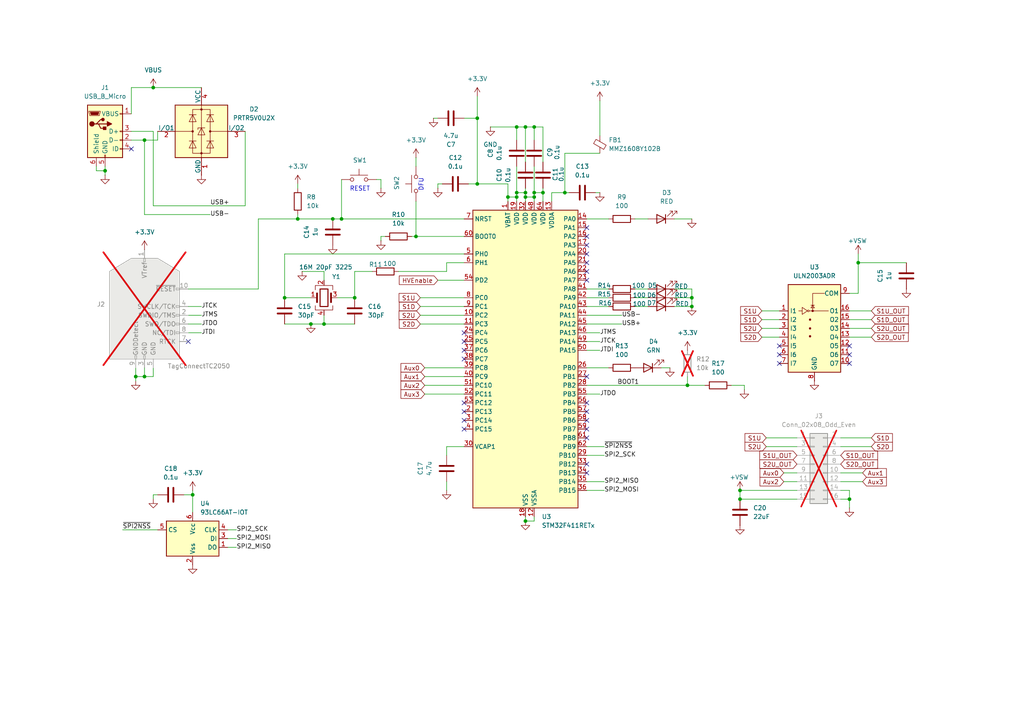
<source format=kicad_sch>
(kicad_sch (version 20231120) (generator "eeschema") (generator_version "8.0")
  (paper "A4")
  (junction (at 149.86 57.15))
  (junction (at 120.65 68.58))
  (junction (at 214.63 144.78))
  (junction (at 200.66 88.9))
  (junction (at 154.94 57.15))
  (junction (at 44.45 25.4))
  (junction (at 149.86 36.83))
  (junction (at 41.91 40.64))
  (junction (at 90.17 93.98))
  (junction (at 55.88 143.51))
  (junction (at 102.87 86.36))
  (junction (at 138.43 53.34))
  (junction (at 157.48 55.88))
  (junction (at 138.43 34.29))
  (junction (at 200.66 86.36))
  (junction (at 246.38 144.78))
  (junction (at 39.37 109.22))
  (junction (at 82.55 86.36))
  (junction (at 147.32 57.15))
  (junction (at 163.83 55.88))
  (junction (at 86.36 63.5))
  (junction (at 154.94 36.83))
  (junction (at 199.39 111.76))
  (junction (at 99.06 63.5))
  (junction (at 154.94 55.88))
  (junction (at 30.48 49.53))
  (junction (at 96.52 63.5))
  (junction (at 41.91 109.22))
  (junction (at 93.98 93.98))
  (junction (at 152.4 151.13))
  (junction (at 214.63 142.24))
  (junction (at 152.4 55.88))
  (junction (at 149.86 55.88))
  (junction (at 248.92 76.2))
  (junction (at 152.4 57.15))
  (junction (at 152.4 36.83))
  (no_connect (at 170.18 78.74))
  (no_connect (at 170.18 68.58))
  (no_connect (at 134.62 96.52))
  (no_connect (at 170.18 81.28))
  (no_connect (at 170.18 66.04))
  (no_connect (at 170.18 121.92))
  (no_connect (at 38.1 43.18))
  (no_connect (at 134.62 121.92))
  (no_connect (at 246.38 100.33))
  (no_connect (at 170.18 71.12))
  (no_connect (at 134.62 124.46))
  (no_connect (at 226.06 102.87))
  (no_connect (at 170.18 109.22))
  (no_connect (at 134.62 99.06))
  (no_connect (at 170.18 127))
  (no_connect (at 170.18 134.62))
  (no_connect (at 54.61 99.06))
  (no_connect (at 226.06 105.41))
  (no_connect (at 246.38 105.41))
  (no_connect (at 170.18 137.16))
  (no_connect (at 170.18 73.66))
  (no_connect (at 246.38 102.87))
  (no_connect (at 170.18 119.38))
  (no_connect (at 170.18 116.84))
  (no_connect (at 226.06 100.33))
  (no_connect (at 134.62 119.38))
  (no_connect (at 134.62 101.6))
  (no_connect (at 134.62 104.14))
  (no_connect (at 134.62 116.84))
  (no_connect (at 170.18 124.46))
  (no_connect (at 170.18 76.2))
  (wire (pts (xy 107.95 78.74) (xy 102.87 78.74)))
  (wire (pts (xy 252.73 127) (xy 243.84 127)))
  (wire (pts (xy 231.14 142.24) (xy 214.63 142.24)))
  (wire (pts (xy 170.18 132.08) (xy 175.26 132.08)))
  (wire (pts (xy 149.86 40.64) (xy 149.86 36.83)))
  (wire (pts (xy 246.38 142.24) (xy 246.38 144.78)))
  (wire (pts (xy 157.48 55.88) (xy 157.48 58.42)))
  (wire (pts (xy 110.49 52.07) (xy 109.22 52.07)))
  (wire (pts (xy 127 54.61) (xy 127 53.34)))
  (wire (pts (xy 243.84 144.78) (xy 246.38 144.78)))
  (wire (pts (xy 222.25 129.54) (xy 231.14 129.54)))
  (wire (pts (xy 41.91 62.23) (xy 60.96 62.23)))
  (wire (pts (xy 170.18 106.68) (xy 176.53 106.68)))
  (wire (pts (xy 120.65 58.42) (xy 120.65 68.58)))
  (wire (pts (xy 147.32 58.42) (xy 147.32 57.15)))
  (wire (pts (xy 227.33 139.7) (xy 231.14 139.7)))
  (wire (pts (xy 152.4 57.15) (xy 154.94 57.15)))
  (wire (pts (xy 199.39 111.76) (xy 199.39 109.22)))
  (wire (pts (xy 38.1 25.4) (xy 44.45 25.4)))
  (wire (pts (xy 250.19 137.16) (xy 243.84 137.16)))
  (wire (pts (xy 252.73 129.54) (xy 243.84 129.54)))
  (wire (pts (xy 248.92 76.2) (xy 262.89 76.2)))
  (wire (pts (xy 176.53 88.9) (xy 170.18 88.9)))
  (wire (pts (xy 30.48 49.53) (xy 30.48 48.26)))
  (wire (pts (xy 86.36 63.5) (xy 96.52 63.5)))
  (wire (pts (xy 44.45 109.22) (xy 41.91 109.22)))
  (wire (pts (xy 39.37 110.49) (xy 39.37 109.22)))
  (wire (pts (xy 176.53 83.82) (xy 170.18 83.82)))
  (wire (pts (xy 149.86 57.15) (xy 149.86 58.42)))
  (wire (pts (xy 127 53.34) (xy 128.27 53.34)))
  (wire (pts (xy 129.54 142.24) (xy 129.54 139.7)))
  (wire (pts (xy 184.15 63.5) (xy 187.96 63.5)))
  (wire (pts (xy 41.91 106.68) (xy 41.91 109.22)))
  (wire (pts (xy 134.62 73.66) (xy 82.55 73.66)))
  (wire (pts (xy 173.99 96.52) (xy 170.18 96.52)))
  (wire (pts (xy 195.58 86.36) (xy 200.66 86.36)))
  (wire (pts (xy 90.17 93.98) (xy 82.55 93.98)))
  (wire (pts (xy 93.98 93.98) (xy 102.87 93.98)))
  (wire (pts (xy 252.73 95.25) (xy 246.38 95.25)))
  (wire (pts (xy 66.04 153.67) (xy 68.58 153.67)))
  (wire (pts (xy 121.92 93.98) (xy 134.62 93.98)))
  (wire (pts (xy 149.86 55.88) (xy 149.86 57.15)))
  (wire (pts (xy 152.4 57.15) (xy 152.4 58.42)))
  (wire (pts (xy 74.93 63.5) (xy 86.36 63.5)))
  (wire (pts (xy 99.06 52.07) (xy 99.06 63.5)))
  (wire (pts (xy 170.18 111.76) (xy 199.39 111.76)))
  (wire (pts (xy 248.92 85.09) (xy 248.92 76.2)))
  (wire (pts (xy 82.55 86.36) (xy 90.17 86.36)))
  (wire (pts (xy 154.94 57.15) (xy 154.94 58.42)))
  (wire (pts (xy 102.87 78.74) (xy 102.87 86.36)))
  (wire (pts (xy 154.94 151.13) (xy 152.4 151.13)))
  (wire (pts (xy 121.92 86.36) (xy 134.62 86.36)))
  (wire (pts (xy 154.94 55.88) (xy 157.48 55.88)))
  (wire (pts (xy 41.91 109.22) (xy 39.37 109.22)))
  (wire (pts (xy 41.91 40.64) (xy 41.91 62.23)))
  (wire (pts (xy 147.32 53.34) (xy 138.43 53.34)))
  (wire (pts (xy 154.94 48.26) (xy 154.94 55.88)))
  (wire (pts (xy 152.4 36.83) (xy 149.86 36.83)))
  (wire (pts (xy 120.65 68.58) (xy 134.62 68.58)))
  (wire (pts (xy 173.99 99.06) (xy 170.18 99.06)))
  (wire (pts (xy 248.92 76.2) (xy 248.92 73.66)))
  (wire (pts (xy 96.52 63.5) (xy 99.06 63.5)))
  (wire (pts (xy 99.06 63.5) (xy 134.62 63.5)))
  (wire (pts (xy 163.83 44.45) (xy 163.83 55.88)))
  (wire (pts (xy 123.19 111.76) (xy 134.62 111.76)))
  (wire (pts (xy 154.94 55.88) (xy 154.94 57.15)))
  (wire (pts (xy 199.39 111.76) (xy 204.47 111.76)))
  (wire (pts (xy 147.32 57.15) (xy 149.86 57.15)))
  (wire (pts (xy 119.38 68.58) (xy 120.65 68.58)))
  (wire (pts (xy 246.38 144.78) (xy 246.38 147.32)))
  (wire (pts (xy 214.63 142.24) (xy 214.63 144.78)))
  (wire (pts (xy 173.99 114.3) (xy 170.18 114.3)))
  (wire (pts (xy 82.55 73.66) (xy 82.55 86.36)))
  (wire (pts (xy 74.93 83.82) (xy 74.93 63.5)))
  (wire (pts (xy 110.49 68.58) (xy 111.76 68.58)))
  (wire (pts (xy 172.72 55.88) (xy 173.99 55.88)))
  (wire (pts (xy 44.45 38.1) (xy 38.1 38.1)))
  (wire (pts (xy 152.4 54.61) (xy 152.4 55.88)))
  (wire (pts (xy 129.54 129.54) (xy 134.62 129.54)))
  (wire (pts (xy 154.94 40.64) (xy 154.94 36.83)))
  (wire (pts (xy 138.43 27.94) (xy 138.43 34.29)))
  (wire (pts (xy 66.04 158.75) (xy 68.58 158.75)))
  (wire (pts (xy 170.18 63.5) (xy 176.53 63.5)))
  (wire (pts (xy 58.42 96.52) (xy 54.61 96.52)))
  (wire (pts (xy 129.54 78.74) (xy 129.54 76.2)))
  (wire (pts (xy 38.1 33.02) (xy 38.1 25.4)))
  (wire (pts (xy 93.98 78.74) (xy 87.63 78.74)))
  (wire (pts (xy 93.98 91.44) (xy 93.98 93.98)))
  (wire (pts (xy 138.43 34.29) (xy 138.43 53.34)))
  (wire (pts (xy 243.84 142.24) (xy 246.38 142.24)))
  (wire (pts (xy 215.9 113.03) (xy 215.9 111.76)))
  (wire (pts (xy 44.45 59.69) (xy 44.45 38.1)))
  (wire (pts (xy 58.42 88.9) (xy 54.61 88.9)))
  (wire (pts (xy 246.38 85.09) (xy 248.92 85.09)))
  (wire (pts (xy 129.54 132.08) (xy 129.54 129.54)))
  (wire (pts (xy 152.4 149.86) (xy 152.4 151.13)))
  (wire (pts (xy 252.73 92.71) (xy 246.38 92.71)))
  (wire (pts (xy 45.72 40.64) (xy 45.72 38.1)))
  (wire (pts (xy 66.04 156.21) (xy 68.58 156.21)))
  (wire (pts (xy 200.66 83.82) (xy 200.66 86.36)))
  (wire (pts (xy 157.48 46.99) (xy 157.48 36.83)))
  (wire (pts (xy 97.79 86.36) (xy 102.87 86.36)))
  (wire (pts (xy 86.36 62.23) (xy 86.36 63.5)))
  (wire (pts (xy 44.45 106.68) (xy 44.45 109.22)))
  (wire (pts (xy 184.15 86.36) (xy 187.96 86.36)))
  (wire (pts (xy 200.66 86.36) (xy 200.66 88.9)))
  (wire (pts (xy 86.36 53.34) (xy 86.36 54.61)))
  (wire (pts (xy 222.25 127) (xy 231.14 127)))
  (wire (pts (xy 142.24 36.83) (xy 149.86 36.83)))
  (wire (pts (xy 154.94 36.83) (xy 157.48 36.83)))
  (wire (pts (xy 184.15 88.9) (xy 187.96 88.9)))
  (wire (pts (xy 195.58 88.9) (xy 200.66 88.9)))
  (wire (pts (xy 160.02 55.88) (xy 160.02 58.42)))
  (wire (pts (xy 152.4 55.88) (xy 152.4 57.15)))
  (wire (pts (xy 173.99 29.21) (xy 173.99 39.37)))
  (wire (pts (xy 170.18 142.24) (xy 175.26 142.24)))
  (wire (pts (xy 149.86 55.88) (xy 152.4 55.88)))
  (wire (pts (xy 41.91 40.64) (xy 45.72 40.64)))
  (wire (pts (xy 121.92 88.9) (xy 134.62 88.9)))
  (wire (pts (xy 53.34 143.51) (xy 55.88 143.51)))
  (wire (pts (xy 30.48 50.8) (xy 30.48 49.53)))
  (wire (pts (xy 165.1 55.88) (xy 163.83 55.88)))
  (wire (pts (xy 110.49 54.61) (xy 110.49 52.07)))
  (wire (pts (xy 123.19 114.3) (xy 134.62 114.3)))
  (wire (pts (xy 44.45 144.78) (xy 44.45 143.51)))
  (wire (pts (xy 227.33 137.16) (xy 231.14 137.16)))
  (wire (pts (xy 252.73 97.79) (xy 246.38 97.79)))
  (wire (pts (xy 39.37 109.22) (xy 39.37 106.68)))
  (wire (pts (xy 93.98 93.98) (xy 90.17 93.98)))
  (wire (pts (xy 154.94 149.86) (xy 154.94 151.13)))
  (wire (pts (xy 220.98 90.17) (xy 226.06 90.17)))
  (wire (pts (xy 220.98 92.71) (xy 226.06 92.71)))
  (wire (pts (xy 55.88 142.24) (xy 55.88 143.51)))
  (wire (pts (xy 170.18 129.54) (xy 175.26 129.54)))
  (wire (pts (xy 54.61 83.82) (xy 74.93 83.82)))
  (wire (pts (xy 195.58 63.5) (xy 200.66 63.5)))
  (wire (pts (xy 115.57 78.74) (xy 129.54 78.74)))
  (wire (pts (xy 173.99 101.6) (xy 170.18 101.6)))
  (wire (pts (xy 35.56 153.67) (xy 45.72 153.67)))
  (wire (pts (xy 138.43 53.34) (xy 135.89 53.34)))
  (wire (pts (xy 154.94 36.83) (xy 152.4 36.83)))
  (wire (pts (xy 170.18 91.44) (xy 180.34 91.44)))
  (wire (pts (xy 191.77 106.68) (xy 194.31 106.68)))
  (wire (pts (xy 250.19 139.7) (xy 243.84 139.7)))
  (wire (pts (xy 110.49 69.85) (xy 110.49 68.58)))
  (wire (pts (xy 134.62 34.29) (xy 138.43 34.29)))
  (wire (pts (xy 220.98 95.25) (xy 226.06 95.25)))
  (wire (pts (xy 93.98 81.28) (xy 93.98 78.74)))
  (wire (pts (xy 176.53 86.36) (xy 170.18 86.36)))
  (wire (pts (xy 71.12 38.1) (xy 71.12 59.69)))
  (wire (pts (xy 170.18 93.98) (xy 180.34 93.98)))
  (wire (pts (xy 231.14 144.78) (xy 214.63 144.78)))
  (wire (pts (xy 58.42 91.44) (xy 54.61 91.44)))
  (wire (pts (xy 220.98 97.79) (xy 226.06 97.79)))
  (wire (pts (xy 127 81.28) (xy 134.62 81.28)))
  (wire (pts (xy 55.88 143.51) (xy 55.88 148.59)))
  (wire (pts (xy 215.9 111.76) (xy 212.09 111.76)))
  (wire (pts (xy 195.58 83.82) (xy 200.66 83.82)))
  (wire (pts (xy 149.86 48.26) (xy 149.86 55.88)))
  (wire (pts (xy 152.4 36.83) (xy 152.4 46.99)))
  (wire (pts (xy 27.94 49.53) (xy 27.94 48.26)))
  (wire (pts (xy 157.48 54.61) (xy 157.48 55.88)))
  (wire (pts (xy 44.45 143.51) (xy 45.72 143.51)))
  (wire (pts (xy 252.73 90.17) (xy 246.38 90.17)))
  (wire (pts (xy 121.92 91.44) (xy 134.62 91.44)))
  (wire (pts (xy 127 34.29) (xy 125.73 34.29)))
  (wire (pts (xy 129.54 76.2) (xy 134.62 76.2)))
  (wire (pts (xy 147.32 57.15) (xy 147.32 53.34)))
  (wire (pts (xy 173.99 44.45) (xy 163.83 44.45)))
  (wire (pts (xy 30.48 49.53) (xy 27.94 49.53)))
  (wire (pts (xy 123.19 109.22) (xy 134.62 109.22)))
  (wire (pts (xy 123.19 106.68) (xy 134.62 106.68)))
  (wire (pts (xy 44.45 25.4) (xy 58.42 25.4)))
  (wire (pts (xy 38.1 40.64) (xy 41.91 40.64)))
  (wire (pts (xy 44.45 59.69) (xy 71.12 59.69)))
  (wire (pts (xy 163.83 55.88) (xy 160.02 55.88)))
  (wire (pts (xy 184.15 83.82) (xy 187.96 83.82)))
  (wire (pts (xy 58.42 93.98) (xy 54.61 93.98)))
  (wire (pts (xy 170.18 139.7) (xy 175.26 139.7)))
  (wire (pts (xy 120.65 45.72) (xy 120.65 48.26)))
  (text "RESET" (at 104.394 54.864 0) (effects (font (size 1.27 1.27))))
  (text "DFU" (at 122.174 53.594 90) (effects (font (size 1.27 1.27))))
  (label "SPI2_MOSI" (at 68.58 156.21 0))
  (label "JTMS" (at 58.42 91.44 0))
  (label "SPI2_MISO" (at 68.58 158.75 0))
  (label "~{SPI2NSS}" (at 175.26 129.54 0))
  (label "USB+" (at 180.34 93.98 0))
  (label "JTCK" (at 173.99 99.06 0))
  (label "JTCK" (at 58.42 88.9 0))
  (label "SPI2_SCK" (at 175.26 132.08 0))
  (label "JTDO" (at 173.99 114.3 0))
  (label "JTDI" (at 173.99 101.6 0))
  (label "BOOT1" (at 179.07 111.76 0))
  (label "USB-" (at 180.34 91.44 0))
  (label "JTDO" (at 58.42 93.98 0))
  (label "SPI2_MISO" (at 175.26 139.7 0))
  (label "SPI2_SCK" (at 68.58 153.67 0))
  (label "JTDI" (at 58.42 96.52 0))
  (label "JTMS" (at 173.99 96.52 0))
  (label "SPI2_MOSI" (at 175.26 142.24 0))
  (label "USB-" (at 60.96 62.23 0))
  (label "USB+" (at 60.96 59.69 0))
  (label "~{SPI2NSS}" (at 35.56 153.67 0))
  (global_label "Aux2" (shape input) (at 123.19 111.76 180) (property "Intersheetrefs" "${INTERSHEET_REFS}" (effects (hide yes))))
  (global_label "S2U" (shape input) (at 222.25 129.54 180) (property "Intersheetrefs" "${INTERSHEET_REFS}" (effects (hide yes))))
  (global_label "Aux0" (shape input) (at 123.19 106.68 180) (property "Intersheetrefs" "${INTERSHEET_REFS}" (effects (hide yes))))
  (global_label "S2D" (shape input) (at 121.92 93.98 180) (property "Intersheetrefs" "${INTERSHEET_REFS}" (effects (hide yes))))
  (global_label "S1D_OUT" (shape input) (at 243.84 132.08 0) (property "Intersheetrefs" "${INTERSHEET_REFS}" (effects (hide yes))))
  (global_label "S2D" (shape input) (at 220.98 97.79 180) (property "Intersheetrefs" "${INTERSHEET_REFS}" (effects (hide yes))))
  (global_label "Aux2" (shape input) (at 227.33 139.7 180) (property "Intersheetrefs" "${INTERSHEET_REFS}" (effects (hide yes))))
  (global_label "S2U_OUT" (shape input) (at 252.73 95.25 0) (property "Intersheetrefs" "${INTERSHEET_REFS}" (effects (hide yes))))
  (global_label "S1D_OUT" (shape input) (at 252.73 92.71 0) (property "Intersheetrefs" "${INTERSHEET_REFS}" (effects (hide yes))))
  (global_label "S1D" (shape input) (at 220.98 92.71 180) (property "Intersheetrefs" "${INTERSHEET_REFS}" (effects (hide yes))))
  (global_label "S2U" (shape input) (at 220.98 95.25 180) (property "Intersheetrefs" "${INTERSHEET_REFS}" (effects (hide yes))))
  (global_label "S1D" (shape input) (at 252.73 127 0) (property "Intersheetrefs" "${INTERSHEET_REFS}" (effects (hide yes))))
  (global_label "Aux3" (shape input) (at 123.19 114.3 180) (property "Intersheetrefs" "${INTERSHEET_REFS}" (effects (hide yes))))
  (global_label "S2U" (shape input) (at 121.92 91.44 180) (property "Intersheetrefs" "${INTERSHEET_REFS}" (effects (hide yes))))
  (global_label "HVEnable" (shape input) (at 127 81.28 180) (property "Intersheetrefs" "${INTERSHEET_REFS}" (effects (hide yes))))
  (global_label "S2D_OUT" (shape input) (at 252.73 97.79 0) (property "Intersheetrefs" "${INTERSHEET_REFS}" (effects (hide yes))))
  (global_label "S2D_OUT" (shape input) (at 243.84 134.62 0) (property "Intersheetrefs" "${INTERSHEET_REFS}" (effects (hide yes))))
  (global_label "S2D" (shape input) (at 252.73 129.54 0) (property "Intersheetrefs" "${INTERSHEET_REFS}" (effects (hide yes))))
  (global_label "S2U_OUT" (shape input) (at 231.14 134.62 180) (property "Intersheetrefs" "${INTERSHEET_REFS}" (effects (hide yes))))
  (global_label "Aux1" (shape input) (at 123.19 109.22 180) (property "Intersheetrefs" "${INTERSHEET_REFS}" (effects (hide yes))))
  (global_label "S1U_OUT" (shape input) (at 252.73 90.17 0) (property "Intersheetrefs" "${INTERSHEET_REFS}" (effects (hide yes))))
  (global_label "S1U" (shape input) (at 220.98 90.17 180) (property "Intersheetrefs" "${INTERSHEET_REFS}" (effects (hide yes))))
  (global_label "S1U" (shape input) (at 222.25 127 180) (property "Intersheetrefs" "${INTERSHEET_REFS}" (effects (hide yes))))
  (global_label "Aux3" (shape input) (at 250.19 139.7 0) (property "Intersheetrefs" "${INTERSHEET_REFS}" (effects (hide yes))))
  (global_label "Aux1" (shape input) (at 250.19 137.16 0) (property "Intersheetrefs" "${INTERSHEET_REFS}" (effects (hide yes))))
  (global_label "S1D" (shape input) (at 121.92 88.9 180) (property "Intersheetrefs" "${INTERSHEET_REFS}" (effects (hide yes))))
  (global_label "Aux0" (shape input) (at 227.33 137.16 180) (property "Intersheetrefs" "${INTERSHEET_REFS}" (effects (hide yes))))
  (global_label "S1U" (shape input) (at 121.92 86.36 180) (property "Intersheetrefs" "${INTERSHEET_REFS}" (effects (hide yes))))
  (global_label "S1U_OUT" (shape input) (at 231.14 132.08 180) (property "Intersheetrefs" "${INTERSHEET_REFS}" (effects (hide yes))))
  (symbol (lib_id "Device:R") (at 180.34 106.68 90) (unit 1)
    (property "Reference" "R13" (at 180.34 100.33 90))
    (property "Value" "100" (at 180.34 102.87 90))
    (property "Footprint" "Resistor_SMD:R_0402_1005Metric_Pad0.72x0.64mm_HandSolder" (effects (hide yes)))
    (property "Description" "Resistor" (effects (hide yes)))
    (property "LCSC" "C25076" (effects (hide yes)))
    (instances (project "USB_8769M" (path "" (reference "R13") (unit 1))) (project "USB_SPDTK" (path "" (reference "R16") (unit 1))))
  )
  (symbol (lib_id "power:GND") (at 90.17 93.98 0) (unit 1)
    (property "Reference" "#PWR030" (effects (hide yes)))
    (property "Value" "GND" (effects (hide yes)))
    (property "Description" "Power symbol creates a global label with name \"GND\" , ground" (effects (hide yes)))
    (instances (project "USB_8769M" (path "" (reference "#PWR030") (unit 1))) (project "USB_SPDTK" (path "" (reference "#PWR035") (unit 1))))
  )
  (symbol (lib_id "Device:C") (at 132.08 53.34 90) (unit 1)
    (property "Reference" "C12" (at 132.08 45.72 90))
    (property "Value" "0.1u" (at 132.08 48.26 90))
    (property "Footprint" "Capacitor_SMD:C_0402_1005Metric_Pad0.74x0.62mm_HandSolder" (effects (hide yes)))
    (property "Description" "Unpolarized capacitor" (effects (hide yes)))
    (property "LCSC" "C5142567" (effects (hide yes)))
  )
  (symbol (lib_id "Device:C") (at 149.86 44.45 180) (unit 1)
    (property "Reference" "C8" (at 142.24 44.45 90))
    (property "Value" "0.1u" (at 144.78 44.45 90))
    (property "Footprint" "Capacitor_SMD:C_0402_1005Metric_Pad0.74x0.62mm_HandSolder" (effects (hide yes)))
    (property "Description" "Unpolarized capacitor" (effects (hide yes)))
    (property "LCSC" "C5142567" (effects (hide yes)))
  )
  (symbol (lib_id "Device:R") (at 180.34 86.36 90) (unit 1)
    (property "Reference" "R15" (at 175.26 85.344 90))
    (property "Value" "100" (at 185.42 85.598 90))
    (property "Footprint" "Resistor_SMD:R_0402_1005Metric_Pad0.72x0.64mm_HandSolder" (effects (hide yes)))
    (property "Description" "Resistor" (effects (hide yes)))
    (property "LCSC" "C25076" (effects (hide yes)))
    (instances (project "USB_8769M" (path "" (reference "R15") (unit 1))) (project "USB_SPDTK" (path "" (reference "R13") (unit 1))))
  )
  (symbol (lib_id "Device:R") (at 86.36 58.42 0) (unit 1)
    (property "Reference" "R8" (at 88.9 57.1499 0) (effects (justify left)))
    (property "Value" "10k" (at 88.9 59.6899 0) (effects (justify left)))
    (property "Footprint" "Resistor_SMD:R_0402_1005Metric_Pad0.72x0.64mm_HandSolder" (effects (hide yes)))
    (property "Description" "Resistor" (effects (hide yes)))
    (property "LCSC" "C25744" (effects (hide yes)))
  )
  (symbol (lib_id "power:+3.3V") (at 199.39 101.6 0) (unit 1)
    (property "Reference" "#PWR031" (effects (hide yes)))
    (property "Value" "+3.3V" (at 199.39 96.52 0))
    (property "Description" "Power symbol creates a global label with name \"+3.3V\"" (effects (hide yes)))
    (instances (project "USB_8769M" (path "" (reference "#PWR031") (unit 1))) (project "USB_SPDTK" (path "" (reference "#PWR036") (unit 1))))
  )
  (symbol (lib_id "Switch:SW_Push") (at 120.65 53.34 90) (unit 1)
    (property "Reference" "SW2" (at 115.062 53.086 0))
    (property "Value" "SW_Push" (effects (hide yes)))
    (property "Footprint" "Button_Switch_SMD:SW_Tactile_SPST_NO_Straight_CK_PTS636Sx25SMTRLFS" (effects (hide yes)))
    (property "Description" "Push button switch, generic, two pins" (effects (hide yes)))
    (property "LCSC" "C118141" (effects (hide yes)))
  )
  (symbol (lib_id "Device:C") (at 157.48 50.8 180) (unit 1)
    (property "Reference" "C11" (at 161.036 50.546 90))
    (property "Value" "0.1u" (at 162.814 50.546 90))
    (property "Footprint" "Capacitor_SMD:C_0402_1005Metric_Pad0.74x0.62mm_HandSolder" (effects (hide yes)))
    (property "Description" "Unpolarized capacitor" (effects (hide yes)))
    (property "LCSC" "C5142567" (effects (hide yes)))
  )
  (symbol (lib_id "Connector:USB_B_Micro") (at 30.48 38.1 0) (unit 1)
    (property "Reference" "J1" (at 30.48 25.4 0))
    (property "Value" "USB_B_Micro" (at 30.48 27.94 0))
    (property "Footprint" "Connector_USB:USB_Micro-B_Amphenol_10118193-0001LF_Horizontal" (effects (hide yes)))
    (property "Description" "USB Micro Type B connector" (effects (hide yes)))
    (property "LCSC" "C132562" (effects (hide yes)))
  )
  (symbol (lib_id "power:GND") (at 129.54 142.24 0) (unit 1)
    (property "Reference" "#PWR035" (effects (hide yes)))
    (property "Value" "GND" (effects (hide yes)))
    (property "Description" "Power symbol creates a global label with name \"GND\" , ground" (effects (hide yes)))
    (instances (project "USB_8769M" (path "" (reference "#PWR035") (unit 1))) (project "USB_SPDTK" (path "" (reference "#PWR041") (unit 1))))
  )
  (symbol (lib_id "power:GND") (at 194.31 106.68 0) (unit 1)
    (property "Reference" "#PWR032" (effects (hide yes)))
    (property "Value" "GND" (effects (hide yes)))
    (property "Description" "Power symbol creates a global label with name \"GND\" , ground" (effects (hide yes)))
    (instances (project "USB_8769M" (path "" (reference "#PWR032") (unit 1))) (project "USB_SPDTK" (path "" (reference "#PWR037") (unit 1))))
  )
  (symbol (lib_id "power:GND") (at 58.42 50.8 0) (unit 1)
    (property "Reference" "#PWR019" (effects (hide yes)))
    (property "Value" "GND" (effects (hide yes)))
    (property "Description" "Power symbol creates a global label with name \"GND\" , ground" (effects (hide yes)))
    (instances (project "USB_8769M" (path "" (reference "#PWR019") (unit 1))) (project "USB_SPDTK" (path "" (reference "#PWR022") (unit 1))))
  )
  (symbol (lib_id "Device:R") (at 180.34 63.5 90) (unit 1)
    (property "Reference" "R9" (at 180.34 57.15 90))
    (property "Value" "100" (at 180.34 59.69 90))
    (property "Footprint" "Resistor_SMD:R_0402_1005Metric_Pad0.72x0.64mm_HandSolder" (effects (hide yes)))
    (property "Description" "Resistor" (effects (hide yes)))
    (property "LCSC" "C25076" (effects (hide yes)))
  )
  (symbol (lib_id "Device:C") (at 129.54 135.89 180) (unit 1)
    (property "Reference" "C17" (at 121.92 135.89 90))
    (property "Value" "4.7u" (at 124.46 135.89 90))
    (property "Footprint" "Capacitor_SMD:C_0402_1005Metric_Pad0.74x0.62mm_HandSolder" (effects (hide yes)))
    (property "Description" "Unpolarized capacitor" (effects (hide yes)))
    (property "LCSC" "C106859" (effects (hide yes)))
    (instances (project "USB_8769M" (path "" (reference "C17") (unit 1))) (project "USB_SPDTK" (path "" (reference "C18") (unit 1))))
  )
  (symbol (lib_id "power:GND") (at 30.48 50.8 0) (unit 1)
    (property "Reference" "#PWR018" (effects (hide yes)))
    (property "Value" "GND" (effects (hide yes)))
    (property "Description" "Power symbol creates a global label with name \"GND\" , ground" (effects (hide yes)))
    (instances (project "USB_8769M" (path "" (reference "#PWR018") (unit 1))) (project "USB_SPDTK" (path "" (reference "#PWR021") (unit 1))))
  )
  (symbol (lib_id "power:GND") (at 200.66 88.9 0) (unit 1)
    (property "Reference" "#PWR051" (effects (hide yes)))
    (property "Value" "GND" (effects (hide yes)))
    (property "Description" "Power symbol creates a global label with name \"GND\" , ground" (effects (hide yes)))
    (instances (project "USB_8769M" (path "" (reference "#PWR051") (unit 1))) (project "USB_SPDTK" (path "" (reference "#PWR034") (unit 1))))
  )
  (symbol (lib_id "power:+3.3V") (at 173.99 29.21 0) (unit 1)
    (property "Reference" "#PWR016" (effects (hide yes)))
    (property "Value" "+3.3V" (at 173.99 24.13 0))
    (property "Description" "Power symbol creates a global label with name \"+3.3V\"" (effects (hide yes)))
    (instances (project "USB_8769M" (path "" (reference "#PWR016") (unit 1))) (project "USB_SPDTK" (path "" (reference "#PWR017") (unit 1))))
  )
  (symbol (lib_id "power:GND") (at 127 54.61 0) (unit 1)
    (property "Reference" "#PWR022" (effects (hide yes)))
    (property "Value" "GND" (effects (hide yes)))
    (property "Description" "Power symbol creates a global label with name \"GND\" , ground" (effects (hide yes)))
    (instances (project "USB_8769M" (path "" (reference "#PWR022") (unit 1))) (project "USB_SPDTK" (path "" (reference "#PWR025") (unit 1))))
  )
  (symbol (lib_id "power:+3.3V") (at 41.91 72.39 0) (unit 1)
    (property "Reference" "#PWR028" (effects (hide yes)))
    (property "Value" "+3.3V" (at 41.91 67.31 0))
    (property "Description" "Power symbol creates a global label with name \"+3.3V\"" (effects (hide yes)))
    (instances (project "USB_8769M" (path "" (reference "#PWR028") (unit 1))) (project "USB_SPDTK" (path "" (reference "#PWR030") (unit 1))))
  )
  (symbol (lib_id "power:GND") (at 200.66 63.5 0) (unit 1)
    (property "Reference" "#PWR025" (effects (hide yes)))
    (property "Value" "GND" (effects (hide yes)))
    (property "Description" "Power symbol creates a global label with name \"GND\" , ground" (effects (hide yes)))
    (instances (project "USB_8769M" (path "" (reference "#PWR025") (unit 1))) (project "USB_SPDTK" (path "" (reference "#PWR027") (unit 1))))
  )
  (symbol (lib_id "power:+3.3V") (at 55.88 142.24 0) (unit 1)
    (property "Reference" "#PWR034" (effects (hide yes)))
    (property "Value" "+3.3V" (at 55.88 137.16 0))
    (property "Description" "Power symbol creates a global label with name \"+3.3V\"" (effects (hide yes)))
    (instances (project "USB_8769M" (path "" (reference "#PWR034") (unit 1))) (project "USB_SPDTK" (path "" (reference "#PWR040") (unit 1))))
  )
  (symbol (lib_id "power:GND") (at 96.52 71.12 0) (unit 1)
    (property "Reference" "#PWR027" (effects (hide yes)))
    (property "Value" "GND" (effects (hide yes)))
    (property "Description" "Power symbol creates a global label with name \"GND\" , ground" (effects (hide yes)))
    (instances (project "USB_8769M" (path "" (reference "#PWR027") (unit 1))) (project "USB_SPDTK" (path "" (reference "#PWR029") (unit 1))))
  )
  (symbol (lib_id "Device:C") (at 96.52 67.31 180) (unit 1)
    (property "Reference" "C14" (at 88.9 67.31 90))
    (property "Value" "1u" (at 91.44 67.31 90))
    (property "Footprint" "Capacitor_SMD:C_0603_1608Metric_Pad1.08x0.95mm_HandSolder" (effects (hide yes)))
    (property "Description" "Unpolarized capacitor" (effects (hide yes)))
    (property "LCSC" "C15849" (effects (hide yes)))
  )
  (symbol (lib_id "Device:R") (at 180.34 83.82 90) (unit 1)
    (property "Reference" "R14" (at 175.26 82.804 90))
    (property "Value" "100" (at 185.166 82.804 90))
    (property "Footprint" "Resistor_SMD:R_0402_1005Metric_Pad0.72x0.64mm_HandSolder" (effects (hide yes)))
    (property "Description" "Resistor" (effects (hide yes)))
    (property "LCSC" "C25076" (effects (hide yes)))
    (instances (project "USB_8769M" (path "" (reference "R14") (unit 1))) (project "USB_SPDTK" (path "" (reference "R12") (unit 1))))
  )
  (symbol (lib_id "power:+VSW") (at 248.92 73.66 0) (unit 1)
    (property "Reference" "#PWR031" (effects (hide yes)))
    (property "Value" "+VSW" (at 248.666 69.85 0))
    (property "Description" "Power symbol creates a global label with name \"+VSW\"" (effects (hide yes)))
  )
  (symbol (lib_id "power:GND") (at 110.49 54.61 0) (unit 1)
    (property "Reference" "#PWR021" (effects (hide yes)))
    (property "Value" "GND" (effects (hide yes)))
    (property "Description" "Power symbol creates a global label with name \"GND\" , ground" (effects (hide yes)))
    (instances (project "USB_8769M" (path "" (reference "#PWR021") (unit 1))) (project "USB_SPDTK" (path "" (reference "#PWR024") (unit 1))))
  )
  (symbol (lib_id "power:GND") (at 215.9 113.03 0) (unit 1)
    (property "Reference" "#PWR048" (effects (hide yes)))
    (property "Value" "GND" (effects (hide yes)))
    (property "Description" "Power symbol creates a global label with name \"GND\" , ground" (effects (hide yes)))
  )
  (symbol (lib_id "Device:LED") (at 191.77 86.36 180) (unit 1)
    (property "Reference" "D6" (at 188.976 85.598 0))
    (property "Value" "RED" (at 197.612 85.598 0))
    (property "Footprint" "LED_SMD:LED_0603_1608Metric_Pad1.05x0.95mm_HandSolder" (effects (hide yes)))
    (property "Description" "Light emitting diode" (effects (hide yes)))
    (property "LCSC" "C84263" (effects (hide yes)))
    (instances (project "USB_8769M" (path "" (reference "D6") (unit 1))) (project "USB_SPDTK" (path "" (reference "D5") (unit 1))))
  )
  (symbol (lib_id "Device:FerriteBead_Small") (at 173.99 41.91 0) (unit 1)
    (property "Reference" "FB1" (at 176.53 40.6018 0) (effects (justify left)))
    (property "Value" "MMZ1608Y102B" (at 176.53 43.1418 0) (effects (justify left)))
    (property "Footprint" "Capacitor_SMD:C_0603_1608Metric_Pad1.08x0.95mm_HandSolder" (effects (hide yes)))
    (property "Description" "Ferrite bead, small symbol" (effects (hide yes)))
    (property "LCSC" "C114771" (effects (hide yes)))
  )
  (symbol (lib_id "Device:LED") (at 187.96 106.68 180) (unit 1)
    (property "Reference" "D4" (at 189.5475 99.06 0))
    (property "Value" "GRN" (at 189.5475 101.6 0))
    (property "Footprint" "LED_SMD:LED_0603_1608Metric_Pad1.05x0.95mm_HandSolder" (effects (hide yes)))
    (property "Description" "Light emitting diode" (effects (hide yes)))
    (property "LCSC" "C434423" (effects (hide yes)))
    (instances (project "USB_8769M" (path "" (reference "D4") (unit 1))) (project "USB_SPDTK" (path "" (reference "D7") (unit 1))))
  )
  (symbol (lib_id "power:GND") (at 173.99 55.88 0) (unit 1)
    (property "Reference" "#PWR024" (effects (hide yes)))
    (property "Value" "GND" (effects (hide yes)))
    (property "Description" "Power symbol creates a global label with name \"GND\" , ground" (effects (hide yes)))
    (instances (project "USB_8769M" (path "" (reference "#PWR024") (unit 1))) (project "USB_SPDTK" (path "" (reference "#PWR026") (unit 1))))
  )
  (symbol (lib_id "power:GND") (at 142.24 36.83 0) (unit 1)
    (property "Reference" "#PWR014" (effects (hide yes)))
    (property "Value" "GND" (at 142.24 41.91 0))
    (property "Description" "Power symbol creates a global label with name \"GND\" , ground" (effects (hide yes)))
    (instances (project "USB_8769M" (path "" (reference "#PWR014") (unit 1))) (project "USB_SPDTK" (path "" (reference "#PWR019") (unit 1))))
  )
  (symbol (lib_id "Device:R") (at 115.57 68.58 90) (unit 1)
    (property "Reference" "R10" (at 115.57 62.23 90))
    (property "Value" "10k" (at 115.57 64.77 90))
    (property "Footprint" "Resistor_SMD:R_0402_1005Metric_Pad0.72x0.64mm_HandSolder" (effects (hide yes)))
    (property "Description" "Resistor" (effects (hide yes)))
    (property "LCSC" "C25744" (effects (hide yes)))
  )
  (symbol (lib_id "Device:R") (at 111.76 78.74 90) (unit 1)
    (property "Reference" "R11" (at 108.966 76.708 90))
    (property "Value" "100" (at 113.03 76.454 90))
    (property "Footprint" "Resistor_SMD:R_0402_1005Metric_Pad0.72x0.64mm_HandSolder" (effects (hide yes)))
    (property "Description" "Resistor" (effects (hide yes)))
    (property "LCSC" "C25076" (effects (hide yes)))
  )
  (symbol (lib_id "Device:C") (at 49.53 143.51 90) (unit 1)
    (property "Reference" "C18" (at 49.53 135.89 90))
    (property "Value" "0.1u" (at 49.53 138.43 90))
    (property "Footprint" "Capacitor_SMD:C_0402_1005Metric_Pad0.74x0.62mm_HandSolder" (effects (hide yes)))
    (property "Description" "Unpolarized capacitor" (effects (hide yes)))
    (property "LCSC" "C5142567" (effects (hide yes)))
    (instances (project "USB_8769M" (path "" (reference "C18") (unit 1))) (project "USB_SPDTK" (path "" (reference "C19") (unit 1))))
  )
  (symbol (lib_id "Device:LED") (at 191.77 83.82 180) (unit 1)
    (property "Reference" "D5" (at 189.23 82.804 0))
    (property "Value" "RED" (at 197.612 83.058 0))
    (property "Footprint" "LED_SMD:LED_0603_1608Metric_Pad1.05x0.95mm_HandSolder" (effects (hide yes)))
    (property "Description" "Light emitting diode" (effects (hide yes)))
    (property "LCSC" "C84263" (effects (hide yes)))
    (instances (project "USB_8769M" (path "" (reference "D5") (unit 1))) (project "USB_SPDTK" (path "" (reference "D4") (unit 1))))
  )
  (symbol (lib_id "Device:C") (at 154.94 44.45 0) (mirror y) (unit 1)
    (property "Reference" "C9" (at 159.512 44.196 90))
    (property "Value" "0.1u" (at 161.544 44.196 90))
    (property "Footprint" "Capacitor_SMD:C_0402_1005Metric_Pad0.74x0.62mm_HandSolder" (effects (hide yes)))
    (property "Description" "Unpolarized capacitor" (effects (hide yes)))
    (property "LCSC" "C5142567" (effects (hide yes)))
  )
  (symbol (lib_id "power:GND") (at 262.89 83.82 0) (unit 1)
    (property "Reference" "#PWR033" (effects (hide yes)))
    (property "Value" "GND" (effects (hide yes)))
    (property "Description" "Power symbol creates a global label with name \"GND\" , ground" (effects (hide yes)))
  )
  (symbol (lib_id "Device:LED") (at 191.77 88.9 180) (unit 1)
    (property "Reference" "D7" (at 188.976 87.884 0))
    (property "Value" "RED" (at 197.866 88.138 0))
    (property "Footprint" "LED_SMD:LED_0603_1608Metric_Pad1.05x0.95mm_HandSolder" (effects (hide yes)))
    (property "Description" "Light emitting diode" (effects (hide yes)))
    (property "LCSC" "C84263" (effects (hide yes)))
    (instances (project "USB_8769M" (path "" (reference "D7") (unit 1))) (project "USB_SPDTK" (path "" (reference "D6") (unit 1))))
  )
  (symbol (lib_id "power:+3.3V") (at 138.43 27.94 0) (unit 1)
    (property "Reference" "#PWR020" (effects (hide yes)))
    (property "Value" "+3.3V" (at 138.43 22.86 0))
    (property "Description" "Power symbol creates a global label with name \"+3.3V\"" (effects (hide yes)))
    (instances (project "USB_8769M" (path "" (reference "#PWR020") (unit 1))) (project "USB_SPDTK" (path "" (reference "#PWR016") (unit 1))))
  )
  (symbol (lib_id "power:+3.3V") (at 86.36 53.34 0) (unit 1)
    (property "Reference" "#PWR023" (effects (hide yes)))
    (property "Value" "+3.3V" (at 86.36 48.26 0))
    (property "Description" "Power symbol creates a global label with name \"+3.3V\"" (effects (hide yes)))
  )
  (symbol (lib_id "Memory_EEPROM:93AAxxAT-xOT") (at 55.88 156.21 0) (unit 1)
    (property "Reference" "U4" (at 58.0741 146.05 0) (effects (justify left)))
    (property "Value" "93LC66AT-IOT" (at 58.0741 148.59 0) (effects (justify left)))
    (property "Footprint" "Package_TO_SOT_SMD:SOT-23-6" (effects (hide yes)))
    (property "Datasheet" "http://ww1.microchip.com/downloads/en/DeviceDoc/20001749K.pdf" (effects (hide yes)))
    (property "Description" "Serial EEPROM, 93 Series, 8-bit word, 4kbit 1.8V, SOT-23-6" (effects (hide yes)))
    (property "LCSC" "C511344" (effects (hide yes)))
    (instances (project "USB_8769M" (path "" (reference "U4") (unit 1))) (project "USB_SPDTK" (path "" (reference "U5") (unit 1))))
  )
  (symbol (lib_id "Device:C") (at 168.91 55.88 90) (unit 1)
    (property "Reference" "C13" (at 168.91 48.26 90))
    (property "Value" "0.1u" (at 168.91 50.8 90))
    (property "Footprint" "Capacitor_SMD:C_0402_1005Metric_Pad0.74x0.62mm_HandSolder" (effects (hide yes)))
    (property "Description" "Unpolarized capacitor" (effects (hide yes)))
    (property "LCSC" "C5142567" (effects (hide yes)))
  )
  (symbol (lib_id "power:GND") (at 39.37 110.49 0) (unit 1)
    (property "Reference" "#PWR033" (effects (hide yes)))
    (property "Value" "GND" (effects (hide yes)))
    (property "Description" "Power symbol creates a global label with name \"GND\" , ground" (effects (hide yes)))
    (instances (project "USB_8769M" (path "" (reference "#PWR033") (unit 1))) (project "USB_SPDTK" (path "" (reference "#PWR038") (unit 1))))
  )
  (symbol (lib_id "power:GND") (at 214.63 152.4 0) (unit 1)
    (property "Reference" "#PWR046" (effects (hide yes)))
    (property "Value" "GND" (effects (hide yes)))
    (property "Description" "Power symbol creates a global label with name \"GND\" , ground" (effects (hide yes)))
  )
  (symbol (lib_id "power:+3.3V") (at 120.65 45.72 0) (unit 1)
    (property "Reference" "#PWR017" (effects (hide yes)))
    (property "Value" "+3.3V" (at 120.65 40.64 0))
    (property "Description" "Power symbol creates a global label with name \"+3.3V\"" (effects (hide yes)))
    (instances (project "USB_8769M" (path "" (reference "#PWR017") (unit 1))) (project "USB_SPDTK" (path "" (reference "#PWR020") (unit 1))))
  )
  (symbol (lib_id "power:VBUS") (at 44.45 25.4 0) (unit 1)
    (property "Reference" "#PWR013" (effects (hide yes)))
    (property "Value" "VBUS" (at 44.45 20.32 0))
    (property "Description" "Power symbol creates a global label with name \"VBUS\"" (effects (hide yes)))
    (instances (project "USB_8769M" (path "" (reference "#PWR013") (unit 1))) (project "USB_SPDTK" (path "" (reference "#PWR015") (unit 1))))
  )
  (symbol (lib_id "power:GND") (at 236.22 110.49 0) (unit 1)
    (property "Reference" "#PWR039" (effects (hide yes)))
    (property "Value" "GND" (effects (hide yes)))
    (property "Description" "Power symbol creates a global label with name \"GND\" , ground" (effects (hide yes)))
  )
  (symbol (lib_id "power:GND") (at 87.63 78.74 0) (unit 1)
    (property "Reference" "#PWR029" (effects (hide yes)))
    (property "Value" "GND" (effects (hide yes)))
    (property "Description" "Power symbol creates a global label with name \"GND\" , ground" (effects (hide yes)))
    (instances (project "USB_8769M" (path "" (reference "#PWR029") (unit 1))) (project "USB_SPDTK" (path "" (reference "#PWR032") (unit 1))))
  )
  (symbol (lib_id "Device:C") (at 102.87 90.17 0) (unit 1)
    (property "Reference" "C16" (at 106.68 88.8999 0) (effects (justify left)))
    (property "Value" "30pF" (at 106.68 91.4399 0) (effects (justify left)))
    (property "Footprint" "Capacitor_SMD:C_0402_1005Metric_Pad0.74x0.62mm_HandSolder" (effects (hide yes)))
    (property "Description" "Unpolarized capacitor" (effects (hide yes)))
    (property "LCSC" "C1658" (effects (hide yes)))
    (instances (project "USB_8769M" (path "" (reference "C16") (unit 1))) (project "USB_SPDTK" (path "" (reference "C17") (unit 1))))
  )
  (symbol (lib_id "power:GND") (at 152.4 151.13 0) (unit 1)
    (property "Reference" "#PWR037" (effects (hide yes)))
    (property "Value" "GND" (effects (hide yes)))
    (property "Description" "Power symbol creates a global label with name \"GND\" , ground" (effects (hide yes)))
    (instances (project "USB_8769M" (path "" (reference "#PWR037") (unit 1))) (project "USB_SPDTK" (path "" (reference "#PWR045") (unit 1))))
  )
  (symbol (lib_id "power:GND") (at 44.45 144.78 0) (unit 1)
    (property "Reference" "#PWR036" (effects (hide yes)))
    (property "Value" "GND" (effects (hide yes)))
    (property "Description" "Power symbol creates a global label with name \"GND\" , ground" (effects (hide yes)))
    (instances (project "USB_8769M" (path "" (reference "#PWR036") (unit 1))) (project "USB_SPDTK" (path "" (reference "#PWR043") (unit 1))))
  )
  (symbol (lib_id "Device:C") (at 130.81 34.29 270) (unit 1)
    (property "Reference" "C7" (at 130.81 41.91 90))
    (property "Value" "4.7u" (at 130.81 39.37 90))
    (property "Footprint" "Capacitor_SMD:C_0402_1005Metric_Pad0.74x0.62mm_HandSolder" (effects (hide yes)))
    (property "Description" "Unpolarized capacitor" (effects (hide yes)))
    (property "LCSC" "C106859" (effects (hide yes)))
  )
  (symbol (lib_id "power:GND") (at 110.49 69.85 0) (unit 1)
    (property "Reference" "#PWR026" (effects (hide yes)))
    (property "Value" "GND" (effects (hide yes)))
    (property "Description" "Power symbol creates a global label with name \"GND\" , ground" (effects (hide yes)))
    (instances (project "USB_8769M" (path "" (reference "#PWR026") (unit 1))) (project "USB_SPDTK" (path "" (reference "#PWR028") (unit 1))))
  )
  (symbol (lib_id "power:GND") (at 125.73 34.29 0) (unit 1)
    (property "Reference" "#PWR015" (effects (hide yes)))
    (property "Value" "GND" (effects (hide yes)))
    (property "Description" "Power symbol creates a global label with name \"GND\" , ground" (effects (hide yes)))
    (instances (project "USB_8769M" (path "" (reference "#PWR015") (unit 1))) (project "USB_SPDTK" (path "" (reference "#PWR018") (unit 1))))
  )
  (symbol (lib_id "Device:LED") (at 191.77 63.5 180) (unit 1)
    (property "Reference" "D3" (at 193.3575 55.88 0))
    (property "Value" "RED" (at 193.3575 58.42 0))
    (property "Footprint" "LED_SMD:LED_0603_1608Metric_Pad1.05x0.95mm_HandSolder" (effects (hide yes)))
    (property "Description" "Light emitting diode" (effects (hide yes)))
    (property "LCSC" "C84263" (effects (hide yes)))
  )
  (symbol (lib_id "Device:R") (at 208.28 111.76 90) (unit 1)
    (property "Reference" "R17" (at 208.28 105.41 90))
    (property "Value" "100" (at 208.28 107.95 90))
    (property "Footprint" "Resistor_SMD:R_0402_1005Metric_Pad0.72x0.64mm_HandSolder" (effects (hide yes)))
    (property "Description" "Resistor" (effects (hide yes)))
    (property "LCSC" "C25076" (effects (hide yes)))
  )
  (symbol (lib_id "power:GND") (at 246.38 147.32 0) (unit 1)
    (property "Reference" "#PWR044" (effects (hide yes)))
    (property "Value" "GND" (effects (hide yes)))
    (property "Description" "Power symbol creates a global label with name \"GND\" , ground" (effects (hide yes)))
  )
  (symbol (lib_id "Device:C") (at 214.63 148.59 0) (unit 1)
    (property "Reference" "C20" (at 218.44 147.3199 0) (effects (justify left)))
    (property "Value" "22uF" (at 218.44 149.8599 0) (effects (justify left)))
    (property "Footprint" "Capacitor_SMD:C_1206_3216Metric_Pad1.33x1.80mm_HandSolder" (effects (hide yes)))
    (property "Description" "Unpolarized capacitor 25V" (effects (hide yes)))
    (property "LCSC" "C12891" (effects (hide yes)))
  )
  (symbol (lib_id "Switch:SW_Push") (at 104.14 52.07 0) (unit 1)
    (property "Reference" "SW1" (at 104.394 46.482 0))
    (property "Value" "SW_Push" (effects (hide yes)))
    (property "Footprint" "Button_Switch_SMD:SW_Tactile_SPST_NO_Straight_CK_PTS636Sx25SMTRLFS" (effects (hide yes)))
    (property "Description" "Push button switch, generic, two pins" (effects (hide yes)))
    (property "LCSC" "C118141" (effects (hide yes)))
  )
  (symbol (lib_id "power:GND") (at 55.88 163.83 0) (unit 1)
    (property "Reference" "#PWR038" (effects (hide yes)))
    (property "Value" "GND" (effects (hide yes)))
    (property "Description" "Power symbol creates a global label with name \"GND\" , ground" (effects (hide yes)))
    (instances (project "USB_8769M" (path "" (reference "#PWR038") (unit 1))) (project "USB_SPDTK" (path "" (reference "#PWR047") (unit 1))))
  )
  (symbol (lib_id "Device:C") (at 262.89 80.01 180) (unit 1)
    (property "Reference" "C15" (at 255.27 80.01 90))
    (property "Value" "1u" (at 257.81 80.01 90))
    (property "Footprint" "Capacitor_SMD:C_0603_1608Metric_Pad1.08x0.95mm_HandSolder" (effects (hide yes)))
    (property "Description" "Unpolarized capacitor" (effects (hide yes)))
    (property "LCSC" "C15849" (effects (hide yes)))
  )
  (symbol (lib_id "Device:R") (at 199.39 105.41 0) (unit 1) (dnp yes)
    (property "Reference" "R12" (at 201.93 104.1399 0) (effects (justify left)))
    (property "Value" "10k" (at 201.93 106.6799 0) (effects (justify left)))
    (property "Footprint" "Resistor_SMD:R_0402_1005Metric_Pad0.72x0.64mm_HandSolder" (effects (hide yes)))
    (property "Description" "Resistor" (effects (hide yes)))
    (property "LCSC" "C25744" (effects (hide yes)))
    (instances (project "USB_8769M" (path "" (reference "R12") (unit 1))) (project "USB_SPDTK" (path "" (reference "R15") (unit 1))))
  )
  (symbol (lib_id "Device:C") (at 152.4 50.8 180) (unit 1)
    (property "Reference" "C10" (at 144.78 50.8 90))
    (property "Value" "0.1u" (at 147.32 50.8 90))
    (property "Footprint" "Capacitor_SMD:C_0402_1005Metric_Pad0.74x0.62mm_HandSolder" (effects (hide yes)))
    (property "Description" "Unpolarized capacitor" (effects (hide yes)))
    (property "LCSC" "C5142567" (effects (hide yes)))
  )
  (symbol (lib_id "Transistor_Array:ULN2003A") (at 236.22 95.25 0) (unit 1)
    (property "Reference" "U3" (at 236.22 77.47 0))
    (property "Value" "ULN2003ADR" (at 236.22 80.01 0))
    (property "Footprint" "Package_SO:SOIC-16_4.55x10.3mm_P1.27mm" (effects (hide yes)))
    (property "Datasheet" "http://www.ti.com/lit/ds/symlink/uln2003a.pdf" (effects (hide yes)))
    (property "Description" "High Voltage, High Current Darlington Transistor Arrays, SOIC16/SOIC16W/DIP16/TSSOP16" (effects (hide yes)))
    (property "LCSC" "C7512" (effects (hide yes)))
  )
  (symbol (lib_id "Power_Protection:PRTR5V0U2X") (at 58.42 38.1 0) (unit 1)
    (property "Reference" "D2" (at 73.66 31.6798 0))
    (property "Value" "PRTR5V0U2X" (at 73.66 34.2198 0))
    (property "Footprint" "Package_TO_SOT_SMD:SOT-143" (effects (hide yes)))
    (property "Datasheet" "https://assets.nexperia.com/documents/data-sheet/PRTR5V0U2X.pdf" (effects (hide yes)))
    (property "Description" "Ultra low capacitance double rail-to-rail ESD protection diode, SOT-143" (effects (hide yes)))
    (property "LCSC" "C2827688" (effects (hide yes)))
  )
  (symbol (lib_id "Device:R") (at 180.34 88.9 90) (unit 1)
    (property "Reference" "R16" (at 175.514 87.884 90))
    (property "Value" "100" (at 185.42 88.138 90))
    (property "Footprint" "Resistor_SMD:R_0402_1005Metric_Pad0.72x0.64mm_HandSolder" (effects (hide yes)))
    (property "Description" "Resistor" (effects (hide yes)))
    (property "LCSC" "C25076" (effects (hide yes)))
    (instances (project "USB_8769M" (path "" (reference "R16") (unit 1))) (project "USB_SPDTK" (path "" (reference "R14") (unit 1))))
  )
  (symbol (lib_id "Device:C") (at 82.55 90.17 0) (unit 1)
    (property "Reference" "C15" (at 86.36 88.8999 0) (effects (justify left)))
    (property "Value" "30pF" (at 86.36 91.4399 0) (effects (justify left)))
    (property "Footprint" "Capacitor_SMD:C_0402_1005Metric_Pad0.74x0.62mm_HandSolder" (effects (hide yes)))
    (property "Description" "Unpolarized capacitor" (effects (hide yes)))
    (property "LCSC" "C1658" (effects (hide yes)))
    (instances (project "USB_8769M" (path "" (reference "C15") (unit 1))) (project "USB_SPDTK" (path "" (reference "C16") (unit 1))))
  )
  (symbol (lib_id "Connector_Generic:Conn_02x08_Odd_Even") (at 236.22 134.62 0) (unit 1) (dnp yes)
    (property "Reference" "J3" (at 237.49 120.65 0))
    (property "Value" "Conn_02x08_Odd_Even" (at 237.49 123.19 0))
    (property "Footprint" "Connector_PinHeader_1.27mm:PinHeader_2x08_P1.27mm_Vertical" (effects (hide yes)))
    (property "Description" "Generic connector, double row, 02x08, odd/even pin numbering scheme (row 1 odd numbers, row 2 even numbers), script generated (kicad-library-utils/schlib/autogen/connector/)" (effects (hide yes)))
  )
  (symbol (lib_id "ProjLib:TagConnectTC2050") (at 41.91 91.44 0) (unit 1) (in_bom no) (dnp yes)
    (property "Reference" "J2" (at 30.48 88.2649 0) (effects (justify right)))
    (property "Value" "TagConnectTC2050" (at 66.802 106.172 0) (effects (justify right)))
    (property "Footprint" "Connector:Tag-Connect_TC2050-IDC-FP_2x05_P1.27mm_Vertical" (effects (hide yes)))
    (property "Datasheet" "http://infocenter.arm.com/help/topic/com.arm.doc.ddi0314h/DDI0314H_coresight_components_trm.pdf" (effects (hide yes)))
    (property "Description" "Cortex Debug Connector, standard ARM Cortex-M SWD and JTAG interface" (effects (hide yes)))
  )
  (symbol (lib_id "power:+VSW") (at 214.63 142.24 0) (unit 1)
    (property "Reference" "#PWR042" (effects (hide yes)))
    (property "Value" "+VSW" (at 214.376 138.43 0))
    (property "Description" "Power symbol creates a global label with name \"+VSW\"" (effects (hide yes)))
  )
  (symbol (lib_id "Device:Crystal_GND24") (at 93.98 86.36 0) (unit 1)
    (property "Reference" "Y1" (at 97.536 80.264 0))
    (property "Value" "16M 20pF 3225" (at 94.488 77.47 0))
    (property "Footprint" "Crystal:Crystal_SMD_3225-4Pin_3.2x2.5mm_HandSoldering" (effects (hide yes)))
    (property "Description" "Four pin crystal, GND on pins 2 and 4" (effects (hide yes)))
    (property "MPN" "7U16000E20UCG" (effects (hide yes)))
    (property "LCSC" "C524727" (effects (hide yes)))
  )
  (symbol (lib_id "MCU_ST_STM32F4:STM32F411RETx") (at 152.4 104.14 0) (unit 1)
    (property "Reference" "U3" (at 157.1341 149.86 0) (effects (justify left)))
    (property "Value" "STM32F411RETx" (at 157.1341 152.4 0) (effects (justify left)))
    (property "Footprint" "Package_QFP:LQFP-64_10x10mm_P0.5mm" (effects (hide yes)))
    (property "Datasheet" "https://www.st.com/resource/en/datasheet/stm32f411re.pdf" (effects (hide yes)))
    (property "Description" "STMicroelectronics Arm Cortex-M4 MCU, 512KB flash, 128KB RAM, 100 MHz, 1.7-3.6V, 50 GPIO, LQFP64" (effects (hide yes)))
    (property "LCSC" "C94355" (effects (hide yes)))
    (instances (project "USB_8769M" (path "" (reference "U3") (unit 1))) (project "USB_SPDTK" (path "" (reference "U4") (unit 1))))
  )
)
</source>
